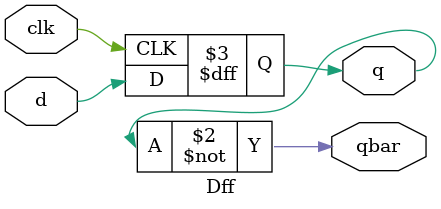
<source format=v>
module Dff (
    input  wire clk,
    input  wire d,
    output reg  q,
    output wire qbar
);

    always @(posedge clk) begin
        q <= d;
    end

    assign qbar = ~q;

endmodule

</source>
